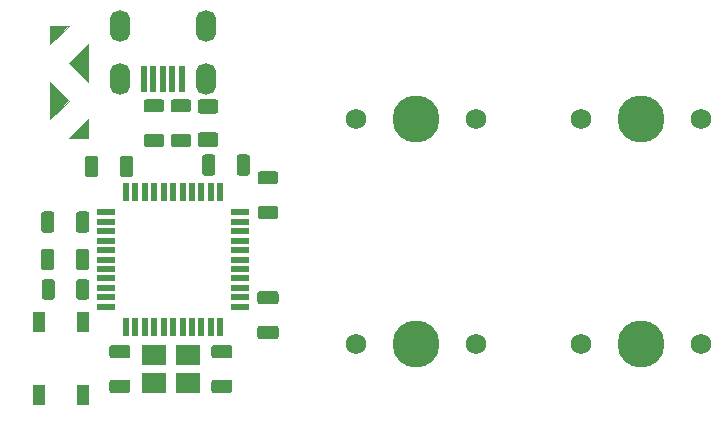
<source format=gbr>
%TF.GenerationSoftware,KiCad,Pcbnew,(5.1.7)-1*%
%TF.CreationDate,2020-10-25T17:01:22-04:00*%
%TF.ProjectId,keyboard_test,6b657962-6f61-4726-945f-746573742e6b,rev?*%
%TF.SameCoordinates,Original*%
%TF.FileFunction,Soldermask,Top*%
%TF.FilePolarity,Negative*%
%FSLAX46Y46*%
G04 Gerber Fmt 4.6, Leading zero omitted, Abs format (unit mm)*
G04 Created by KiCad (PCBNEW (5.1.7)-1) date 2020-10-25 17:01:22*
%MOMM*%
%LPD*%
G01*
G04 APERTURE LIST*
%ADD10C,0.100000*%
%ADD11R,2.100000X1.800000*%
%ADD12O,1.700000X2.700000*%
%ADD13R,0.500000X2.250000*%
%ADD14R,0.550000X1.500000*%
%ADD15R,1.500000X0.550000*%
%ADD16R,1.100000X1.800000*%
%ADD17C,1.750000*%
%ADD18C,3.987800*%
G04 APERTURE END LIST*
D10*
G36*
X27781250Y-57150000D02*
G01*
X26193750Y-57150000D01*
X27781250Y-55562500D01*
X27781250Y-57150000D01*
G37*
X27781250Y-57150000D02*
X26193750Y-57150000D01*
X27781250Y-55562500D01*
X27781250Y-57150000D01*
G36*
X24606250Y-49212500D02*
G01*
X24606250Y-47625000D01*
X26193750Y-47625000D01*
X24606250Y-49212500D01*
G37*
X24606250Y-49212500D02*
X24606250Y-47625000D01*
X26193750Y-47625000D01*
X24606250Y-49212500D01*
G36*
X26193750Y-53975000D02*
G01*
X24606250Y-55562500D01*
X24606250Y-52387500D01*
X26193750Y-53975000D01*
G37*
X26193750Y-53975000D02*
X24606250Y-55562500D01*
X24606250Y-52387500D01*
X26193750Y-53975000D01*
G36*
X27781250Y-52387500D02*
G01*
X26193750Y-50800000D01*
X27781250Y-49212500D01*
X27781250Y-52387500D01*
G37*
X27781250Y-52387500D02*
X26193750Y-50800000D01*
X27781250Y-49212500D01*
X27781250Y-52387500D01*
D11*
%TO.C,Y1*%
X36279750Y-77858000D03*
X33379750Y-77858000D03*
X33379750Y-75558000D03*
X36279750Y-75558000D03*
%TD*%
D12*
%TO.C,USB1*%
X37781250Y-47625000D03*
X30481250Y-47625000D03*
X30481250Y-52125000D03*
X37781250Y-52125000D03*
D13*
X35731250Y-52125000D03*
X34931250Y-52125000D03*
X34131250Y-52125000D03*
X33331250Y-52125000D03*
X32531250Y-52125000D03*
%TD*%
D14*
%TO.C,U1*%
X31020250Y-61737000D03*
X31820250Y-61737000D03*
X32620250Y-61737000D03*
X33420250Y-61737000D03*
X34220250Y-61737000D03*
X35020250Y-61737000D03*
X35820250Y-61737000D03*
X36620250Y-61737000D03*
X37420250Y-61737000D03*
X38220250Y-61737000D03*
X39020250Y-61737000D03*
D15*
X40720250Y-63437000D03*
X40720250Y-64237000D03*
X40720250Y-65037000D03*
X40720250Y-65837000D03*
X40720250Y-66637000D03*
X40720250Y-67437000D03*
X40720250Y-68237000D03*
X40720250Y-69037000D03*
X40720250Y-69837000D03*
X40720250Y-70637000D03*
X40720250Y-71437000D03*
D14*
X39020250Y-73137000D03*
X38220250Y-73137000D03*
X37420250Y-73137000D03*
X36620250Y-73137000D03*
X35820250Y-73137000D03*
X35020250Y-73137000D03*
X34220250Y-73137000D03*
X33420250Y-73137000D03*
X32620250Y-73137000D03*
X31820250Y-73137000D03*
X31020250Y-73137000D03*
D15*
X29320250Y-71437000D03*
X29320250Y-70637000D03*
X29320250Y-69837000D03*
X29320250Y-69037000D03*
X29320250Y-68237000D03*
X29320250Y-67437000D03*
X29320250Y-66637000D03*
X29320250Y-65837000D03*
X29320250Y-65037000D03*
X29320250Y-64237000D03*
X29320250Y-63437000D03*
%TD*%
D16*
%TO.C,SW1*%
X23677000Y-72719000D03*
X27377000Y-78919000D03*
X27377000Y-72719000D03*
X23677000Y-78919000D03*
%TD*%
%TO.C,R4*%
G36*
G01*
X43678001Y-61076000D02*
X42427999Y-61076000D01*
G75*
G02*
X42178000Y-60826001I0J249999D01*
G01*
X42178000Y-60200999D01*
G75*
G02*
X42427999Y-59951000I249999J0D01*
G01*
X43678001Y-59951000D01*
G75*
G02*
X43928000Y-60200999I0J-249999D01*
G01*
X43928000Y-60826001D01*
G75*
G02*
X43678001Y-61076000I-249999J0D01*
G01*
G37*
G36*
G01*
X43678001Y-64001000D02*
X42427999Y-64001000D01*
G75*
G02*
X42178000Y-63751001I0J249999D01*
G01*
X42178000Y-63125999D01*
G75*
G02*
X42427999Y-62876000I249999J0D01*
G01*
X43678001Y-62876000D01*
G75*
G02*
X43928000Y-63125999I0J-249999D01*
G01*
X43928000Y-63751001D01*
G75*
G02*
X43678001Y-64001000I-249999J0D01*
G01*
G37*
%TD*%
%TO.C,R3*%
G36*
G01*
X35061999Y-56780000D02*
X36312001Y-56780000D01*
G75*
G02*
X36562000Y-57029999I0J-249999D01*
G01*
X36562000Y-57655001D01*
G75*
G02*
X36312001Y-57905000I-249999J0D01*
G01*
X35061999Y-57905000D01*
G75*
G02*
X34812000Y-57655001I0J249999D01*
G01*
X34812000Y-57029999D01*
G75*
G02*
X35061999Y-56780000I249999J0D01*
G01*
G37*
G36*
G01*
X35061999Y-53855000D02*
X36312001Y-53855000D01*
G75*
G02*
X36562000Y-54104999I0J-249999D01*
G01*
X36562000Y-54730001D01*
G75*
G02*
X36312001Y-54980000I-249999J0D01*
G01*
X35061999Y-54980000D01*
G75*
G02*
X34812000Y-54730001I0J249999D01*
G01*
X34812000Y-54104999D01*
G75*
G02*
X35061999Y-53855000I249999J0D01*
G01*
G37*
%TD*%
%TO.C,R2*%
G36*
G01*
X34026001Y-54980000D02*
X32775999Y-54980000D01*
G75*
G02*
X32526000Y-54730001I0J249999D01*
G01*
X32526000Y-54104999D01*
G75*
G02*
X32775999Y-53855000I249999J0D01*
G01*
X34026001Y-53855000D01*
G75*
G02*
X34276000Y-54104999I0J-249999D01*
G01*
X34276000Y-54730001D01*
G75*
G02*
X34026001Y-54980000I-249999J0D01*
G01*
G37*
G36*
G01*
X34026001Y-57905000D02*
X32775999Y-57905000D01*
G75*
G02*
X32526000Y-57655001I0J249999D01*
G01*
X32526000Y-57029999D01*
G75*
G02*
X32775999Y-56780000I249999J0D01*
G01*
X34026001Y-56780000D01*
G75*
G02*
X34276000Y-57029999I0J-249999D01*
G01*
X34276000Y-57655001D01*
G75*
G02*
X34026001Y-57905000I-249999J0D01*
G01*
G37*
%TD*%
%TO.C,R1*%
G36*
G01*
X26808000Y-70602001D02*
X26808000Y-69351999D01*
G75*
G02*
X27057999Y-69102000I249999J0D01*
G01*
X27683001Y-69102000D01*
G75*
G02*
X27933000Y-69351999I0J-249999D01*
G01*
X27933000Y-70602001D01*
G75*
G02*
X27683001Y-70852000I-249999J0D01*
G01*
X27057999Y-70852000D01*
G75*
G02*
X26808000Y-70602001I0J249999D01*
G01*
G37*
G36*
G01*
X23883000Y-70602001D02*
X23883000Y-69351999D01*
G75*
G02*
X24132999Y-69102000I249999J0D01*
G01*
X24758001Y-69102000D01*
G75*
G02*
X25008000Y-69351999I0J-249999D01*
G01*
X25008000Y-70602001D01*
G75*
G02*
X24758001Y-70852000I-249999J0D01*
G01*
X24132999Y-70852000D01*
G75*
G02*
X23883000Y-70602001I0J249999D01*
G01*
G37*
%TD*%
D17*
%TO.C,MX4*%
X79692500Y-74612500D03*
X69532500Y-74612500D03*
D18*
X74612500Y-74612500D03*
%TD*%
D17*
%TO.C,MX3*%
X60642500Y-74612500D03*
X50482500Y-74612500D03*
D18*
X55562500Y-74612500D03*
%TD*%
D17*
%TO.C,MX2*%
X79692500Y-55562500D03*
X69532500Y-55562500D03*
D18*
X74612500Y-55562500D03*
%TD*%
D17*
%TO.C,MX1*%
X60642500Y-55562500D03*
X50482500Y-55562500D03*
D18*
X55562500Y-55562500D03*
%TD*%
%TO.C,F1*%
G36*
G01*
X38598000Y-55105000D02*
X37348000Y-55105000D01*
G75*
G02*
X37098000Y-54855000I0J250000D01*
G01*
X37098000Y-54105000D01*
G75*
G02*
X37348000Y-53855000I250000J0D01*
G01*
X38598000Y-53855000D01*
G75*
G02*
X38848000Y-54105000I0J-250000D01*
G01*
X38848000Y-54855000D01*
G75*
G02*
X38598000Y-55105000I-250000J0D01*
G01*
G37*
G36*
G01*
X38598000Y-57905000D02*
X37348000Y-57905000D01*
G75*
G02*
X37098000Y-57655000I0J250000D01*
G01*
X37098000Y-56905000D01*
G75*
G02*
X37348000Y-56655000I250000J0D01*
G01*
X38598000Y-56655000D01*
G75*
G02*
X38848000Y-56905000I0J-250000D01*
G01*
X38848000Y-57655000D01*
G75*
G02*
X38598000Y-57905000I-250000J0D01*
G01*
G37*
%TD*%
%TO.C,C7*%
G36*
G01*
X24976250Y-66786999D02*
X24976250Y-68087001D01*
G75*
G02*
X24726251Y-68337000I-249999J0D01*
G01*
X24076249Y-68337000D01*
G75*
G02*
X23826250Y-68087001I0J249999D01*
G01*
X23826250Y-66786999D01*
G75*
G02*
X24076249Y-66537000I249999J0D01*
G01*
X24726251Y-66537000D01*
G75*
G02*
X24976250Y-66786999I0J-249999D01*
G01*
G37*
G36*
G01*
X27926250Y-66786999D02*
X27926250Y-68087001D01*
G75*
G02*
X27676251Y-68337000I-249999J0D01*
G01*
X27026249Y-68337000D01*
G75*
G02*
X26776250Y-68087001I0J249999D01*
G01*
X26776250Y-66786999D01*
G75*
G02*
X27026249Y-66537000I249999J0D01*
G01*
X27676251Y-66537000D01*
G75*
G02*
X27926250Y-66786999I0J-249999D01*
G01*
G37*
%TD*%
%TO.C,C6*%
G36*
G01*
X29861749Y-77608000D02*
X31161751Y-77608000D01*
G75*
G02*
X31411750Y-77857999I0J-249999D01*
G01*
X31411750Y-78508001D01*
G75*
G02*
X31161751Y-78758000I-249999J0D01*
G01*
X29861749Y-78758000D01*
G75*
G02*
X29611750Y-78508001I0J249999D01*
G01*
X29611750Y-77857999D01*
G75*
G02*
X29861749Y-77608000I249999J0D01*
G01*
G37*
G36*
G01*
X29861749Y-74658000D02*
X31161751Y-74658000D01*
G75*
G02*
X31411750Y-74907999I0J-249999D01*
G01*
X31411750Y-75558001D01*
G75*
G02*
X31161751Y-75808000I-249999J0D01*
G01*
X29861749Y-75808000D01*
G75*
G02*
X29611750Y-75558001I0J249999D01*
G01*
X29611750Y-74907999D01*
G75*
G02*
X29861749Y-74658000I249999J0D01*
G01*
G37*
%TD*%
%TO.C,C5*%
G36*
G01*
X39797751Y-75808000D02*
X38497749Y-75808000D01*
G75*
G02*
X38247750Y-75558001I0J249999D01*
G01*
X38247750Y-74907999D01*
G75*
G02*
X38497749Y-74658000I249999J0D01*
G01*
X39797751Y-74658000D01*
G75*
G02*
X40047750Y-74907999I0J-249999D01*
G01*
X40047750Y-75558001D01*
G75*
G02*
X39797751Y-75808000I-249999J0D01*
G01*
G37*
G36*
G01*
X39797751Y-78758000D02*
X38497749Y-78758000D01*
G75*
G02*
X38247750Y-78508001I0J249999D01*
G01*
X38247750Y-77857999D01*
G75*
G02*
X38497749Y-77608000I249999J0D01*
G01*
X39797751Y-77608000D01*
G75*
G02*
X40047750Y-77857999I0J-249999D01*
G01*
X40047750Y-78508001D01*
G75*
G02*
X39797751Y-78758000I-249999J0D01*
G01*
G37*
%TD*%
%TO.C,C4*%
G36*
G01*
X28691000Y-58912999D02*
X28691000Y-60213001D01*
G75*
G02*
X28441001Y-60463000I-249999J0D01*
G01*
X27790999Y-60463000D01*
G75*
G02*
X27541000Y-60213001I0J249999D01*
G01*
X27541000Y-58912999D01*
G75*
G02*
X27790999Y-58663000I249999J0D01*
G01*
X28441001Y-58663000D01*
G75*
G02*
X28691000Y-58912999I0J-249999D01*
G01*
G37*
G36*
G01*
X31641000Y-58912999D02*
X31641000Y-60213001D01*
G75*
G02*
X31391001Y-60463000I-249999J0D01*
G01*
X30740999Y-60463000D01*
G75*
G02*
X30491000Y-60213001I0J249999D01*
G01*
X30491000Y-58912999D01*
G75*
G02*
X30740999Y-58663000I249999J0D01*
G01*
X31391001Y-58663000D01*
G75*
G02*
X31641000Y-58912999I0J-249999D01*
G01*
G37*
%TD*%
%TO.C,C3*%
G36*
G01*
X42402999Y-73036000D02*
X43703001Y-73036000D01*
G75*
G02*
X43953000Y-73285999I0J-249999D01*
G01*
X43953000Y-73936001D01*
G75*
G02*
X43703001Y-74186000I-249999J0D01*
G01*
X42402999Y-74186000D01*
G75*
G02*
X42153000Y-73936001I0J249999D01*
G01*
X42153000Y-73285999D01*
G75*
G02*
X42402999Y-73036000I249999J0D01*
G01*
G37*
G36*
G01*
X42402999Y-70086000D02*
X43703001Y-70086000D01*
G75*
G02*
X43953000Y-70335999I0J-249999D01*
G01*
X43953000Y-70986001D01*
G75*
G02*
X43703001Y-71236000I-249999J0D01*
G01*
X42402999Y-71236000D01*
G75*
G02*
X42153000Y-70986001I0J249999D01*
G01*
X42153000Y-70335999D01*
G75*
G02*
X42402999Y-70086000I249999J0D01*
G01*
G37*
%TD*%
%TO.C,C2*%
G36*
G01*
X24976250Y-63611999D02*
X24976250Y-64912001D01*
G75*
G02*
X24726251Y-65162000I-249999J0D01*
G01*
X24076249Y-65162000D01*
G75*
G02*
X23826250Y-64912001I0J249999D01*
G01*
X23826250Y-63611999D01*
G75*
G02*
X24076249Y-63362000I249999J0D01*
G01*
X24726251Y-63362000D01*
G75*
G02*
X24976250Y-63611999I0J-249999D01*
G01*
G37*
G36*
G01*
X27926250Y-63611999D02*
X27926250Y-64912001D01*
G75*
G02*
X27676251Y-65162000I-249999J0D01*
G01*
X27026249Y-65162000D01*
G75*
G02*
X26776250Y-64912001I0J249999D01*
G01*
X26776250Y-63611999D01*
G75*
G02*
X27026249Y-63362000I249999J0D01*
G01*
X27676251Y-63362000D01*
G75*
G02*
X27926250Y-63611999I0J-249999D01*
G01*
G37*
%TD*%
%TO.C,C1*%
G36*
G01*
X40397000Y-60086001D02*
X40397000Y-58785999D01*
G75*
G02*
X40646999Y-58536000I249999J0D01*
G01*
X41297001Y-58536000D01*
G75*
G02*
X41547000Y-58785999I0J-249999D01*
G01*
X41547000Y-60086001D01*
G75*
G02*
X41297001Y-60336000I-249999J0D01*
G01*
X40646999Y-60336000D01*
G75*
G02*
X40397000Y-60086001I0J249999D01*
G01*
G37*
G36*
G01*
X37447000Y-60086001D02*
X37447000Y-58785999D01*
G75*
G02*
X37696999Y-58536000I249999J0D01*
G01*
X38347001Y-58536000D01*
G75*
G02*
X38597000Y-58785999I0J-249999D01*
G01*
X38597000Y-60086001D01*
G75*
G02*
X38347001Y-60336000I-249999J0D01*
G01*
X37696999Y-60336000D01*
G75*
G02*
X37447000Y-60086001I0J249999D01*
G01*
G37*
%TD*%
M02*

</source>
